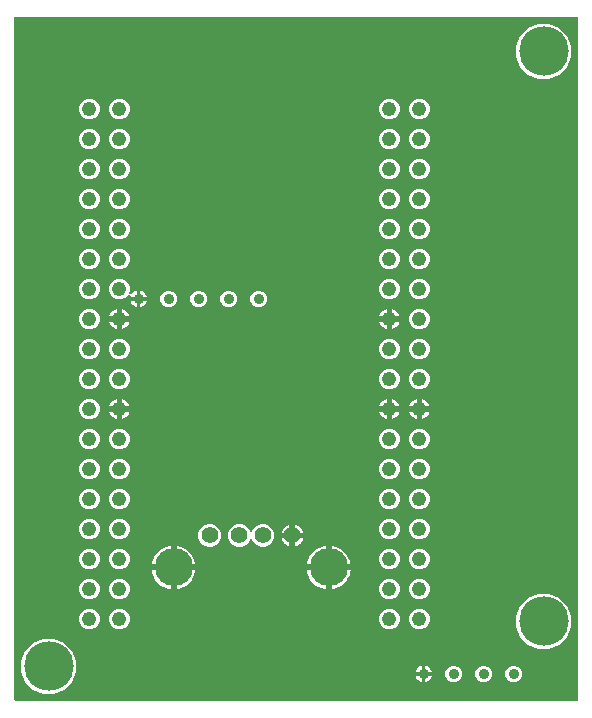
<source format=gbr>
G04 EAGLE Gerber RS-274X export*
G75*
%MOMM*%
%FSLAX34Y34*%
%LPD*%
%INCopper Layer 2*%
%IPPOS*%
%AMOC8*
5,1,8,0,0,1.08239X$1,22.5*%
G01*
%ADD10C,0.904800*%
%ADD11C,1.400000*%
%ADD12C,3.220000*%
%ADD13C,1.244600*%
%ADD14C,4.191000*%

G36*
X478908Y2556D02*
X478908Y2556D01*
X479027Y2563D01*
X479065Y2576D01*
X479106Y2581D01*
X479216Y2624D01*
X479329Y2661D01*
X479364Y2683D01*
X479401Y2698D01*
X479497Y2767D01*
X479598Y2831D01*
X479626Y2861D01*
X479659Y2884D01*
X479735Y2976D01*
X479816Y3063D01*
X479836Y3098D01*
X479861Y3129D01*
X479912Y3237D01*
X479970Y3341D01*
X479980Y3381D01*
X479997Y3417D01*
X480019Y3534D01*
X480049Y3649D01*
X480053Y3709D01*
X480057Y3729D01*
X480055Y3750D01*
X480059Y3810D01*
X480059Y580390D01*
X480044Y580508D01*
X480037Y580627D01*
X480024Y580665D01*
X480019Y580706D01*
X479976Y580816D01*
X479939Y580929D01*
X479917Y580964D01*
X479902Y581001D01*
X479833Y581097D01*
X479769Y581198D01*
X479739Y581226D01*
X479716Y581259D01*
X479624Y581335D01*
X479537Y581416D01*
X479502Y581436D01*
X479471Y581461D01*
X479363Y581512D01*
X479259Y581570D01*
X479219Y581580D01*
X479183Y581597D01*
X479066Y581619D01*
X478951Y581649D01*
X478891Y581653D01*
X478871Y581657D01*
X478850Y581655D01*
X478790Y581659D01*
X3810Y581659D01*
X3692Y581644D01*
X3573Y581637D01*
X3535Y581624D01*
X3494Y581619D01*
X3384Y581576D01*
X3271Y581539D01*
X3236Y581517D01*
X3199Y581502D01*
X3103Y581433D01*
X3002Y581369D01*
X2974Y581339D01*
X2941Y581316D01*
X2865Y581224D01*
X2784Y581137D01*
X2764Y581102D01*
X2739Y581071D01*
X2688Y580963D01*
X2630Y580859D01*
X2620Y580819D01*
X2603Y580783D01*
X2581Y580666D01*
X2551Y580551D01*
X2547Y580491D01*
X2543Y580471D01*
X2545Y580450D01*
X2541Y580390D01*
X2541Y3810D01*
X2556Y3692D01*
X2563Y3573D01*
X2576Y3535D01*
X2581Y3494D01*
X2624Y3384D01*
X2661Y3271D01*
X2683Y3236D01*
X2698Y3199D01*
X2767Y3103D01*
X2831Y3002D01*
X2861Y2974D01*
X2884Y2941D01*
X2976Y2865D01*
X3063Y2784D01*
X3098Y2764D01*
X3129Y2739D01*
X3237Y2688D01*
X3341Y2630D01*
X3381Y2620D01*
X3417Y2603D01*
X3534Y2581D01*
X3649Y2551D01*
X3709Y2547D01*
X3729Y2543D01*
X3750Y2545D01*
X3810Y2541D01*
X478790Y2541D01*
X478908Y2556D01*
G37*
%LPC*%
G36*
X446176Y528954D02*
X446176Y528954D01*
X437541Y532531D01*
X430931Y539141D01*
X427354Y547776D01*
X427354Y557124D01*
X430931Y565759D01*
X437541Y572369D01*
X446176Y575946D01*
X455524Y575946D01*
X464159Y572369D01*
X470769Y565759D01*
X474346Y557124D01*
X474346Y547776D01*
X470769Y539141D01*
X464159Y532531D01*
X455524Y528954D01*
X446176Y528954D01*
G37*
%LPD*%
%LPC*%
G36*
X27076Y8254D02*
X27076Y8254D01*
X18441Y11831D01*
X11831Y18441D01*
X8254Y27076D01*
X8254Y36424D01*
X11831Y45059D01*
X18441Y51669D01*
X27076Y55246D01*
X36424Y55246D01*
X45059Y51669D01*
X51669Y45059D01*
X55246Y36424D01*
X55246Y27076D01*
X51669Y18441D01*
X45059Y11831D01*
X36424Y8254D01*
X27076Y8254D01*
G37*
%LPD*%
%LPC*%
G36*
X446176Y46354D02*
X446176Y46354D01*
X437541Y49931D01*
X430931Y56541D01*
X427354Y65176D01*
X427354Y74524D01*
X430931Y83159D01*
X437541Y89769D01*
X446176Y93346D01*
X455524Y93346D01*
X464159Y89769D01*
X470769Y83159D01*
X474346Y74524D01*
X474346Y65176D01*
X470769Y56541D01*
X464159Y49931D01*
X455524Y46354D01*
X446176Y46354D01*
G37*
%LPD*%
%LPC*%
G36*
X191302Y133059D02*
X191302Y133059D01*
X187796Y134512D01*
X185112Y137196D01*
X183659Y140702D01*
X183659Y144498D01*
X185112Y148004D01*
X187796Y150688D01*
X191302Y152141D01*
X195098Y152141D01*
X198604Y150688D01*
X201288Y148004D01*
X202027Y146220D01*
X202096Y146099D01*
X202161Y145976D01*
X202175Y145961D01*
X202185Y145944D01*
X202282Y145844D01*
X202375Y145741D01*
X202392Y145730D01*
X202406Y145715D01*
X202524Y145643D01*
X202641Y145566D01*
X202660Y145560D01*
X202677Y145549D01*
X202810Y145508D01*
X202942Y145463D01*
X202962Y145461D01*
X202981Y145455D01*
X203120Y145449D01*
X203259Y145438D01*
X203279Y145441D01*
X203299Y145440D01*
X203435Y145468D01*
X203572Y145492D01*
X203591Y145501D01*
X203610Y145505D01*
X203735Y145566D01*
X203862Y145623D01*
X203878Y145635D01*
X203896Y145644D01*
X204002Y145735D01*
X204110Y145821D01*
X204123Y145838D01*
X204138Y145851D01*
X204218Y145965D01*
X204302Y146075D01*
X204314Y146101D01*
X204321Y146111D01*
X204328Y146130D01*
X204373Y146220D01*
X205112Y148004D01*
X207796Y150688D01*
X211302Y152141D01*
X215098Y152141D01*
X218604Y150688D01*
X221288Y148004D01*
X222741Y144498D01*
X222741Y140702D01*
X221288Y137196D01*
X218604Y134512D01*
X215098Y133059D01*
X211302Y133059D01*
X207796Y134512D01*
X205112Y137196D01*
X204373Y138980D01*
X204304Y139100D01*
X204239Y139224D01*
X204225Y139239D01*
X204215Y139256D01*
X204119Y139356D01*
X204025Y139459D01*
X204008Y139470D01*
X203994Y139485D01*
X203875Y139557D01*
X203759Y139634D01*
X203740Y139640D01*
X203723Y139651D01*
X203590Y139692D01*
X203458Y139737D01*
X203438Y139739D01*
X203419Y139745D01*
X203280Y139751D01*
X203141Y139762D01*
X203121Y139759D01*
X203101Y139760D01*
X202965Y139732D01*
X202828Y139708D01*
X202809Y139699D01*
X202790Y139695D01*
X202665Y139634D01*
X202538Y139577D01*
X202522Y139565D01*
X202504Y139556D01*
X202398Y139465D01*
X202290Y139379D01*
X202277Y139362D01*
X202262Y139349D01*
X202182Y139236D01*
X202098Y139125D01*
X202086Y139099D01*
X202079Y139089D01*
X202072Y139070D01*
X202027Y138980D01*
X201288Y137196D01*
X198604Y134512D01*
X195098Y133059D01*
X191302Y133059D01*
G37*
%LPD*%
%LPC*%
G36*
X166302Y133059D02*
X166302Y133059D01*
X162796Y134512D01*
X160112Y137196D01*
X158659Y140702D01*
X158659Y144498D01*
X160112Y148004D01*
X162796Y150688D01*
X166302Y152141D01*
X170098Y152141D01*
X173604Y150688D01*
X176288Y148004D01*
X177741Y144498D01*
X177741Y140702D01*
X176288Y137196D01*
X173604Y134512D01*
X170098Y133059D01*
X166302Y133059D01*
G37*
%LPD*%
%LPC*%
G36*
X89957Y342436D02*
X89957Y342436D01*
X86736Y343770D01*
X84270Y346236D01*
X82936Y349457D01*
X82936Y352943D01*
X84270Y356164D01*
X86736Y358630D01*
X89957Y359964D01*
X93443Y359964D01*
X96664Y358630D01*
X99130Y356164D01*
X100464Y352943D01*
X100464Y349457D01*
X99898Y348090D01*
X99888Y348057D01*
X99873Y348025D01*
X99847Y347904D01*
X99814Y347784D01*
X99813Y347749D01*
X99806Y347714D01*
X99811Y347590D01*
X99809Y347466D01*
X99817Y347432D01*
X99818Y347397D01*
X99854Y347278D01*
X99883Y347156D01*
X99899Y347125D01*
X99909Y347092D01*
X99973Y346985D01*
X100032Y346875D01*
X100055Y346849D01*
X100073Y346819D01*
X100162Y346732D01*
X100246Y346640D01*
X100275Y346621D01*
X100300Y346596D01*
X100407Y346534D01*
X100511Y346465D01*
X100544Y346454D01*
X100575Y346436D01*
X100694Y346402D01*
X100812Y346362D01*
X100847Y346359D01*
X100881Y346350D01*
X101005Y346347D01*
X101129Y346337D01*
X101164Y346343D01*
X101199Y346342D01*
X101320Y346370D01*
X101442Y346391D01*
X101474Y346406D01*
X101508Y346413D01*
X101619Y346471D01*
X101732Y346522D01*
X101760Y346544D01*
X101791Y346560D01*
X101883Y346642D01*
X101981Y346720D01*
X102002Y346748D01*
X102028Y346772D01*
X102126Y346899D01*
X102462Y347403D01*
X103447Y348388D01*
X104604Y349161D01*
X105889Y349693D01*
X106451Y349805D01*
X106451Y344399D01*
X101045Y344399D01*
X101160Y344979D01*
X101168Y345083D01*
X101184Y345187D01*
X101179Y345242D01*
X101183Y345296D01*
X101164Y345399D01*
X101154Y345503D01*
X101136Y345555D01*
X101126Y345609D01*
X101082Y345704D01*
X101047Y345802D01*
X101016Y345848D01*
X100993Y345898D01*
X100927Y345979D01*
X100868Y346066D01*
X100827Y346102D01*
X100792Y346145D01*
X100708Y346207D01*
X100630Y346276D01*
X100581Y346301D01*
X100536Y346334D01*
X100440Y346373D01*
X100347Y346421D01*
X100293Y346433D01*
X100242Y346454D01*
X100138Y346467D01*
X100036Y346490D01*
X99981Y346489D01*
X99927Y346496D01*
X99823Y346484D01*
X99718Y346481D01*
X99665Y346465D01*
X99611Y346459D01*
X99513Y346421D01*
X99413Y346392D01*
X99365Y346364D01*
X99314Y346344D01*
X99229Y346284D01*
X99139Y346231D01*
X99073Y346172D01*
X99055Y346160D01*
X99045Y346148D01*
X99018Y346124D01*
X96664Y343770D01*
X93443Y342436D01*
X89957Y342436D01*
G37*
%LPD*%
%LPC*%
G36*
X89957Y494836D02*
X89957Y494836D01*
X86736Y496170D01*
X84270Y498636D01*
X82936Y501857D01*
X82936Y505343D01*
X84270Y508564D01*
X86736Y511030D01*
X89957Y512364D01*
X93443Y512364D01*
X96664Y511030D01*
X99130Y508564D01*
X100464Y505343D01*
X100464Y501857D01*
X99130Y498636D01*
X96664Y496170D01*
X93443Y494836D01*
X89957Y494836D01*
G37*
%LPD*%
%LPC*%
G36*
X64557Y494836D02*
X64557Y494836D01*
X61336Y496170D01*
X58870Y498636D01*
X57536Y501857D01*
X57536Y505343D01*
X58870Y508564D01*
X61336Y511030D01*
X64557Y512364D01*
X68043Y512364D01*
X71264Y511030D01*
X73730Y508564D01*
X75064Y505343D01*
X75064Y501857D01*
X73730Y498636D01*
X71264Y496170D01*
X68043Y494836D01*
X64557Y494836D01*
G37*
%LPD*%
%LPC*%
G36*
X343957Y469436D02*
X343957Y469436D01*
X340736Y470770D01*
X338270Y473236D01*
X336936Y476457D01*
X336936Y479943D01*
X338270Y483164D01*
X340736Y485630D01*
X343957Y486964D01*
X347443Y486964D01*
X350664Y485630D01*
X353130Y483164D01*
X354464Y479943D01*
X354464Y476457D01*
X353130Y473236D01*
X350664Y470770D01*
X347443Y469436D01*
X343957Y469436D01*
G37*
%LPD*%
%LPC*%
G36*
X318557Y469436D02*
X318557Y469436D01*
X315336Y470770D01*
X312870Y473236D01*
X311536Y476457D01*
X311536Y479943D01*
X312870Y483164D01*
X315336Y485630D01*
X318557Y486964D01*
X322043Y486964D01*
X325264Y485630D01*
X327730Y483164D01*
X329064Y479943D01*
X329064Y476457D01*
X327730Y473236D01*
X325264Y470770D01*
X322043Y469436D01*
X318557Y469436D01*
G37*
%LPD*%
%LPC*%
G36*
X89957Y469436D02*
X89957Y469436D01*
X86736Y470770D01*
X84270Y473236D01*
X82936Y476457D01*
X82936Y479943D01*
X84270Y483164D01*
X86736Y485630D01*
X89957Y486964D01*
X93443Y486964D01*
X96664Y485630D01*
X99130Y483164D01*
X100464Y479943D01*
X100464Y476457D01*
X99130Y473236D01*
X96664Y470770D01*
X93443Y469436D01*
X89957Y469436D01*
G37*
%LPD*%
%LPC*%
G36*
X64557Y469436D02*
X64557Y469436D01*
X61336Y470770D01*
X58870Y473236D01*
X57536Y476457D01*
X57536Y479943D01*
X58870Y483164D01*
X61336Y485630D01*
X64557Y486964D01*
X68043Y486964D01*
X71264Y485630D01*
X73730Y483164D01*
X75064Y479943D01*
X75064Y476457D01*
X73730Y473236D01*
X71264Y470770D01*
X68043Y469436D01*
X64557Y469436D01*
G37*
%LPD*%
%LPC*%
G36*
X343957Y444036D02*
X343957Y444036D01*
X340736Y445370D01*
X338270Y447836D01*
X336936Y451057D01*
X336936Y454543D01*
X338270Y457764D01*
X340736Y460230D01*
X343957Y461564D01*
X347443Y461564D01*
X350664Y460230D01*
X353130Y457764D01*
X354464Y454543D01*
X354464Y451057D01*
X353130Y447836D01*
X350664Y445370D01*
X347443Y444036D01*
X343957Y444036D01*
G37*
%LPD*%
%LPC*%
G36*
X318557Y444036D02*
X318557Y444036D01*
X315336Y445370D01*
X312870Y447836D01*
X311536Y451057D01*
X311536Y454543D01*
X312870Y457764D01*
X315336Y460230D01*
X318557Y461564D01*
X322043Y461564D01*
X325264Y460230D01*
X327730Y457764D01*
X329064Y454543D01*
X329064Y451057D01*
X327730Y447836D01*
X325264Y445370D01*
X322043Y444036D01*
X318557Y444036D01*
G37*
%LPD*%
%LPC*%
G36*
X89957Y444036D02*
X89957Y444036D01*
X86736Y445370D01*
X84270Y447836D01*
X82936Y451057D01*
X82936Y454543D01*
X84270Y457764D01*
X86736Y460230D01*
X89957Y461564D01*
X93443Y461564D01*
X96664Y460230D01*
X99130Y457764D01*
X100464Y454543D01*
X100464Y451057D01*
X99130Y447836D01*
X96664Y445370D01*
X93443Y444036D01*
X89957Y444036D01*
G37*
%LPD*%
%LPC*%
G36*
X64557Y444036D02*
X64557Y444036D01*
X61336Y445370D01*
X58870Y447836D01*
X57536Y451057D01*
X57536Y454543D01*
X58870Y457764D01*
X61336Y460230D01*
X64557Y461564D01*
X68043Y461564D01*
X71264Y460230D01*
X73730Y457764D01*
X75064Y454543D01*
X75064Y451057D01*
X73730Y447836D01*
X71264Y445370D01*
X68043Y444036D01*
X64557Y444036D01*
G37*
%LPD*%
%LPC*%
G36*
X343957Y418636D02*
X343957Y418636D01*
X340736Y419970D01*
X338270Y422436D01*
X336936Y425657D01*
X336936Y429143D01*
X338270Y432364D01*
X340736Y434830D01*
X343957Y436164D01*
X347443Y436164D01*
X350664Y434830D01*
X353130Y432364D01*
X354464Y429143D01*
X354464Y425657D01*
X353130Y422436D01*
X350664Y419970D01*
X347443Y418636D01*
X343957Y418636D01*
G37*
%LPD*%
%LPC*%
G36*
X318557Y418636D02*
X318557Y418636D01*
X315336Y419970D01*
X312870Y422436D01*
X311536Y425657D01*
X311536Y429143D01*
X312870Y432364D01*
X315336Y434830D01*
X318557Y436164D01*
X322043Y436164D01*
X325264Y434830D01*
X327730Y432364D01*
X329064Y429143D01*
X329064Y425657D01*
X327730Y422436D01*
X325264Y419970D01*
X322043Y418636D01*
X318557Y418636D01*
G37*
%LPD*%
%LPC*%
G36*
X89957Y418636D02*
X89957Y418636D01*
X86736Y419970D01*
X84270Y422436D01*
X82936Y425657D01*
X82936Y429143D01*
X84270Y432364D01*
X86736Y434830D01*
X89957Y436164D01*
X93443Y436164D01*
X96664Y434830D01*
X99130Y432364D01*
X100464Y429143D01*
X100464Y425657D01*
X99130Y422436D01*
X96664Y419970D01*
X93443Y418636D01*
X89957Y418636D01*
G37*
%LPD*%
%LPC*%
G36*
X64557Y418636D02*
X64557Y418636D01*
X61336Y419970D01*
X58870Y422436D01*
X57536Y425657D01*
X57536Y429143D01*
X58870Y432364D01*
X61336Y434830D01*
X64557Y436164D01*
X68043Y436164D01*
X71264Y434830D01*
X73730Y432364D01*
X75064Y429143D01*
X75064Y425657D01*
X73730Y422436D01*
X71264Y419970D01*
X68043Y418636D01*
X64557Y418636D01*
G37*
%LPD*%
%LPC*%
G36*
X343957Y393236D02*
X343957Y393236D01*
X340736Y394570D01*
X338270Y397036D01*
X336936Y400257D01*
X336936Y403743D01*
X338270Y406964D01*
X340736Y409430D01*
X343957Y410764D01*
X347443Y410764D01*
X350664Y409430D01*
X353130Y406964D01*
X354464Y403743D01*
X354464Y400257D01*
X353130Y397036D01*
X350664Y394570D01*
X347443Y393236D01*
X343957Y393236D01*
G37*
%LPD*%
%LPC*%
G36*
X318557Y393236D02*
X318557Y393236D01*
X315336Y394570D01*
X312870Y397036D01*
X311536Y400257D01*
X311536Y403743D01*
X312870Y406964D01*
X315336Y409430D01*
X318557Y410764D01*
X322043Y410764D01*
X325264Y409430D01*
X327730Y406964D01*
X329064Y403743D01*
X329064Y400257D01*
X327730Y397036D01*
X325264Y394570D01*
X322043Y393236D01*
X318557Y393236D01*
G37*
%LPD*%
%LPC*%
G36*
X89957Y393236D02*
X89957Y393236D01*
X86736Y394570D01*
X84270Y397036D01*
X82936Y400257D01*
X82936Y403743D01*
X84270Y406964D01*
X86736Y409430D01*
X89957Y410764D01*
X93443Y410764D01*
X96664Y409430D01*
X99130Y406964D01*
X100464Y403743D01*
X100464Y400257D01*
X99130Y397036D01*
X96664Y394570D01*
X93443Y393236D01*
X89957Y393236D01*
G37*
%LPD*%
%LPC*%
G36*
X64557Y393236D02*
X64557Y393236D01*
X61336Y394570D01*
X58870Y397036D01*
X57536Y400257D01*
X57536Y403743D01*
X58870Y406964D01*
X61336Y409430D01*
X64557Y410764D01*
X68043Y410764D01*
X71264Y409430D01*
X73730Y406964D01*
X75064Y403743D01*
X75064Y400257D01*
X73730Y397036D01*
X71264Y394570D01*
X68043Y393236D01*
X64557Y393236D01*
G37*
%LPD*%
%LPC*%
G36*
X89957Y367836D02*
X89957Y367836D01*
X86736Y369170D01*
X84270Y371636D01*
X82936Y374857D01*
X82936Y378343D01*
X84270Y381564D01*
X86736Y384030D01*
X89957Y385364D01*
X93443Y385364D01*
X96664Y384030D01*
X99130Y381564D01*
X100464Y378343D01*
X100464Y374857D01*
X99130Y371636D01*
X96664Y369170D01*
X93443Y367836D01*
X89957Y367836D01*
G37*
%LPD*%
%LPC*%
G36*
X64557Y367836D02*
X64557Y367836D01*
X61336Y369170D01*
X58870Y371636D01*
X57536Y374857D01*
X57536Y378343D01*
X58870Y381564D01*
X61336Y384030D01*
X64557Y385364D01*
X68043Y385364D01*
X71264Y384030D01*
X73730Y381564D01*
X75064Y378343D01*
X75064Y374857D01*
X73730Y371636D01*
X71264Y369170D01*
X68043Y367836D01*
X64557Y367836D01*
G37*
%LPD*%
%LPC*%
G36*
X343957Y367836D02*
X343957Y367836D01*
X340736Y369170D01*
X338270Y371636D01*
X336936Y374857D01*
X336936Y378343D01*
X338270Y381564D01*
X340736Y384030D01*
X343957Y385364D01*
X347443Y385364D01*
X350664Y384030D01*
X353130Y381564D01*
X354464Y378343D01*
X354464Y374857D01*
X353130Y371636D01*
X350664Y369170D01*
X347443Y367836D01*
X343957Y367836D01*
G37*
%LPD*%
%LPC*%
G36*
X318557Y367836D02*
X318557Y367836D01*
X315336Y369170D01*
X312870Y371636D01*
X311536Y374857D01*
X311536Y378343D01*
X312870Y381564D01*
X315336Y384030D01*
X318557Y385364D01*
X322043Y385364D01*
X325264Y384030D01*
X327730Y381564D01*
X329064Y378343D01*
X329064Y374857D01*
X327730Y371636D01*
X325264Y369170D01*
X322043Y367836D01*
X318557Y367836D01*
G37*
%LPD*%
%LPC*%
G36*
X64557Y342436D02*
X64557Y342436D01*
X61336Y343770D01*
X58870Y346236D01*
X57536Y349457D01*
X57536Y352943D01*
X58870Y356164D01*
X61336Y358630D01*
X64557Y359964D01*
X68043Y359964D01*
X71264Y358630D01*
X73730Y356164D01*
X75064Y352943D01*
X75064Y349457D01*
X73730Y346236D01*
X71264Y343770D01*
X68043Y342436D01*
X64557Y342436D01*
G37*
%LPD*%
%LPC*%
G36*
X343957Y342436D02*
X343957Y342436D01*
X340736Y343770D01*
X338270Y346236D01*
X336936Y349457D01*
X336936Y352943D01*
X338270Y356164D01*
X340736Y358630D01*
X343957Y359964D01*
X347443Y359964D01*
X350664Y358630D01*
X353130Y356164D01*
X354464Y352943D01*
X354464Y349457D01*
X353130Y346236D01*
X350664Y343770D01*
X347443Y342436D01*
X343957Y342436D01*
G37*
%LPD*%
%LPC*%
G36*
X318557Y342436D02*
X318557Y342436D01*
X315336Y343770D01*
X312870Y346236D01*
X311536Y349457D01*
X311536Y352943D01*
X312870Y356164D01*
X315336Y358630D01*
X318557Y359964D01*
X322043Y359964D01*
X325264Y358630D01*
X327730Y356164D01*
X329064Y352943D01*
X329064Y349457D01*
X327730Y346236D01*
X325264Y343770D01*
X322043Y342436D01*
X318557Y342436D01*
G37*
%LPD*%
%LPC*%
G36*
X318557Y88436D02*
X318557Y88436D01*
X315336Y89770D01*
X312870Y92236D01*
X311536Y95457D01*
X311536Y98943D01*
X312870Y102164D01*
X315336Y104630D01*
X318557Y105964D01*
X322043Y105964D01*
X325264Y104630D01*
X327730Y102164D01*
X329064Y98943D01*
X329064Y95457D01*
X327730Y92236D01*
X325264Y89770D01*
X322043Y88436D01*
X318557Y88436D01*
G37*
%LPD*%
%LPC*%
G36*
X64557Y139236D02*
X64557Y139236D01*
X61336Y140570D01*
X58870Y143036D01*
X57536Y146257D01*
X57536Y149743D01*
X58870Y152964D01*
X61336Y155430D01*
X64557Y156764D01*
X68043Y156764D01*
X71264Y155430D01*
X73730Y152964D01*
X75064Y149743D01*
X75064Y146257D01*
X73730Y143036D01*
X71264Y140570D01*
X68043Y139236D01*
X64557Y139236D01*
G37*
%LPD*%
%LPC*%
G36*
X89957Y139236D02*
X89957Y139236D01*
X86736Y140570D01*
X84270Y143036D01*
X82936Y146257D01*
X82936Y149743D01*
X84270Y152964D01*
X86736Y155430D01*
X89957Y156764D01*
X93443Y156764D01*
X96664Y155430D01*
X99130Y152964D01*
X100464Y149743D01*
X100464Y146257D01*
X99130Y143036D01*
X96664Y140570D01*
X93443Y139236D01*
X89957Y139236D01*
G37*
%LPD*%
%LPC*%
G36*
X318557Y139236D02*
X318557Y139236D01*
X315336Y140570D01*
X312870Y143036D01*
X311536Y146257D01*
X311536Y149743D01*
X312870Y152964D01*
X315336Y155430D01*
X318557Y156764D01*
X322043Y156764D01*
X325264Y155430D01*
X327730Y152964D01*
X329064Y149743D01*
X329064Y146257D01*
X327730Y143036D01*
X325264Y140570D01*
X322043Y139236D01*
X318557Y139236D01*
G37*
%LPD*%
%LPC*%
G36*
X343957Y139236D02*
X343957Y139236D01*
X340736Y140570D01*
X338270Y143036D01*
X336936Y146257D01*
X336936Y149743D01*
X338270Y152964D01*
X340736Y155430D01*
X343957Y156764D01*
X347443Y156764D01*
X350664Y155430D01*
X353130Y152964D01*
X354464Y149743D01*
X354464Y146257D01*
X353130Y143036D01*
X350664Y140570D01*
X347443Y139236D01*
X343957Y139236D01*
G37*
%LPD*%
%LPC*%
G36*
X343957Y317036D02*
X343957Y317036D01*
X340736Y318370D01*
X338270Y320836D01*
X336936Y324057D01*
X336936Y327543D01*
X338270Y330764D01*
X340736Y333230D01*
X343957Y334564D01*
X347443Y334564D01*
X350664Y333230D01*
X353130Y330764D01*
X354464Y327543D01*
X354464Y324057D01*
X353130Y320836D01*
X350664Y318370D01*
X347443Y317036D01*
X343957Y317036D01*
G37*
%LPD*%
%LPC*%
G36*
X64557Y317036D02*
X64557Y317036D01*
X61336Y318370D01*
X58870Y320836D01*
X57536Y324057D01*
X57536Y327543D01*
X58870Y330764D01*
X61336Y333230D01*
X64557Y334564D01*
X68043Y334564D01*
X71264Y333230D01*
X73730Y330764D01*
X75064Y327543D01*
X75064Y324057D01*
X73730Y320836D01*
X71264Y318370D01*
X68043Y317036D01*
X64557Y317036D01*
G37*
%LPD*%
%LPC*%
G36*
X64557Y164636D02*
X64557Y164636D01*
X61336Y165970D01*
X58870Y168436D01*
X57536Y171657D01*
X57536Y175143D01*
X58870Y178364D01*
X61336Y180830D01*
X64557Y182164D01*
X68043Y182164D01*
X71264Y180830D01*
X73730Y178364D01*
X75064Y175143D01*
X75064Y171657D01*
X73730Y168436D01*
X71264Y165970D01*
X68043Y164636D01*
X64557Y164636D01*
G37*
%LPD*%
%LPC*%
G36*
X89957Y164636D02*
X89957Y164636D01*
X86736Y165970D01*
X84270Y168436D01*
X82936Y171657D01*
X82936Y175143D01*
X84270Y178364D01*
X86736Y180830D01*
X89957Y182164D01*
X93443Y182164D01*
X96664Y180830D01*
X99130Y178364D01*
X100464Y175143D01*
X100464Y171657D01*
X99130Y168436D01*
X96664Y165970D01*
X93443Y164636D01*
X89957Y164636D01*
G37*
%LPD*%
%LPC*%
G36*
X318557Y164636D02*
X318557Y164636D01*
X315336Y165970D01*
X312870Y168436D01*
X311536Y171657D01*
X311536Y175143D01*
X312870Y178364D01*
X315336Y180830D01*
X318557Y182164D01*
X322043Y182164D01*
X325264Y180830D01*
X327730Y178364D01*
X329064Y175143D01*
X329064Y171657D01*
X327730Y168436D01*
X325264Y165970D01*
X322043Y164636D01*
X318557Y164636D01*
G37*
%LPD*%
%LPC*%
G36*
X343957Y164636D02*
X343957Y164636D01*
X340736Y165970D01*
X338270Y168436D01*
X336936Y171657D01*
X336936Y175143D01*
X338270Y178364D01*
X340736Y180830D01*
X343957Y182164D01*
X347443Y182164D01*
X350664Y180830D01*
X353130Y178364D01*
X354464Y175143D01*
X354464Y171657D01*
X353130Y168436D01*
X350664Y165970D01*
X347443Y164636D01*
X343957Y164636D01*
G37*
%LPD*%
%LPC*%
G36*
X89957Y190036D02*
X89957Y190036D01*
X86736Y191370D01*
X84270Y193836D01*
X82936Y197057D01*
X82936Y200543D01*
X84270Y203764D01*
X86736Y206230D01*
X89957Y207564D01*
X93443Y207564D01*
X96664Y206230D01*
X99130Y203764D01*
X100464Y200543D01*
X100464Y197057D01*
X99130Y193836D01*
X96664Y191370D01*
X93443Y190036D01*
X89957Y190036D01*
G37*
%LPD*%
%LPC*%
G36*
X318557Y190036D02*
X318557Y190036D01*
X315336Y191370D01*
X312870Y193836D01*
X311536Y197057D01*
X311536Y200543D01*
X312870Y203764D01*
X315336Y206230D01*
X318557Y207564D01*
X322043Y207564D01*
X325264Y206230D01*
X327730Y203764D01*
X329064Y200543D01*
X329064Y197057D01*
X327730Y193836D01*
X325264Y191370D01*
X322043Y190036D01*
X318557Y190036D01*
G37*
%LPD*%
%LPC*%
G36*
X64557Y190036D02*
X64557Y190036D01*
X61336Y191370D01*
X58870Y193836D01*
X57536Y197057D01*
X57536Y200543D01*
X58870Y203764D01*
X61336Y206230D01*
X64557Y207564D01*
X68043Y207564D01*
X71264Y206230D01*
X73730Y203764D01*
X75064Y200543D01*
X75064Y197057D01*
X73730Y193836D01*
X71264Y191370D01*
X68043Y190036D01*
X64557Y190036D01*
G37*
%LPD*%
%LPC*%
G36*
X343957Y190036D02*
X343957Y190036D01*
X340736Y191370D01*
X338270Y193836D01*
X336936Y197057D01*
X336936Y200543D01*
X338270Y203764D01*
X340736Y206230D01*
X343957Y207564D01*
X347443Y207564D01*
X350664Y206230D01*
X353130Y203764D01*
X354464Y200543D01*
X354464Y197057D01*
X353130Y193836D01*
X350664Y191370D01*
X347443Y190036D01*
X343957Y190036D01*
G37*
%LPD*%
%LPC*%
G36*
X343957Y291636D02*
X343957Y291636D01*
X340736Y292970D01*
X338270Y295436D01*
X336936Y298657D01*
X336936Y302143D01*
X338270Y305364D01*
X340736Y307830D01*
X343957Y309164D01*
X347443Y309164D01*
X350664Y307830D01*
X353130Y305364D01*
X354464Y302143D01*
X354464Y298657D01*
X353130Y295436D01*
X350664Y292970D01*
X347443Y291636D01*
X343957Y291636D01*
G37*
%LPD*%
%LPC*%
G36*
X318557Y291636D02*
X318557Y291636D01*
X315336Y292970D01*
X312870Y295436D01*
X311536Y298657D01*
X311536Y302143D01*
X312870Y305364D01*
X315336Y307830D01*
X318557Y309164D01*
X322043Y309164D01*
X325264Y307830D01*
X327730Y305364D01*
X329064Y302143D01*
X329064Y298657D01*
X327730Y295436D01*
X325264Y292970D01*
X322043Y291636D01*
X318557Y291636D01*
G37*
%LPD*%
%LPC*%
G36*
X89957Y291636D02*
X89957Y291636D01*
X86736Y292970D01*
X84270Y295436D01*
X82936Y298657D01*
X82936Y302143D01*
X84270Y305364D01*
X86736Y307830D01*
X89957Y309164D01*
X93443Y309164D01*
X96664Y307830D01*
X99130Y305364D01*
X100464Y302143D01*
X100464Y298657D01*
X99130Y295436D01*
X96664Y292970D01*
X93443Y291636D01*
X89957Y291636D01*
G37*
%LPD*%
%LPC*%
G36*
X64557Y291636D02*
X64557Y291636D01*
X61336Y292970D01*
X58870Y295436D01*
X57536Y298657D01*
X57536Y302143D01*
X58870Y305364D01*
X61336Y307830D01*
X64557Y309164D01*
X68043Y309164D01*
X71264Y307830D01*
X73730Y305364D01*
X75064Y302143D01*
X75064Y298657D01*
X73730Y295436D01*
X71264Y292970D01*
X68043Y291636D01*
X64557Y291636D01*
G37*
%LPD*%
%LPC*%
G36*
X343957Y266236D02*
X343957Y266236D01*
X340736Y267570D01*
X338270Y270036D01*
X336936Y273257D01*
X336936Y276743D01*
X338270Y279964D01*
X340736Y282430D01*
X343957Y283764D01*
X347443Y283764D01*
X350664Y282430D01*
X353130Y279964D01*
X354464Y276743D01*
X354464Y273257D01*
X353130Y270036D01*
X350664Y267570D01*
X347443Y266236D01*
X343957Y266236D01*
G37*
%LPD*%
%LPC*%
G36*
X318557Y266236D02*
X318557Y266236D01*
X315336Y267570D01*
X312870Y270036D01*
X311536Y273257D01*
X311536Y276743D01*
X312870Y279964D01*
X315336Y282430D01*
X318557Y283764D01*
X322043Y283764D01*
X325264Y282430D01*
X327730Y279964D01*
X329064Y276743D01*
X329064Y273257D01*
X327730Y270036D01*
X325264Y267570D01*
X322043Y266236D01*
X318557Y266236D01*
G37*
%LPD*%
%LPC*%
G36*
X89957Y266236D02*
X89957Y266236D01*
X86736Y267570D01*
X84270Y270036D01*
X82936Y273257D01*
X82936Y276743D01*
X84270Y279964D01*
X86736Y282430D01*
X89957Y283764D01*
X93443Y283764D01*
X96664Y282430D01*
X99130Y279964D01*
X100464Y276743D01*
X100464Y273257D01*
X99130Y270036D01*
X96664Y267570D01*
X93443Y266236D01*
X89957Y266236D01*
G37*
%LPD*%
%LPC*%
G36*
X343957Y494836D02*
X343957Y494836D01*
X340736Y496170D01*
X338270Y498636D01*
X336936Y501857D01*
X336936Y505343D01*
X338270Y508564D01*
X340736Y511030D01*
X343957Y512364D01*
X347443Y512364D01*
X350664Y511030D01*
X353130Y508564D01*
X354464Y505343D01*
X354464Y501857D01*
X353130Y498636D01*
X350664Y496170D01*
X347443Y494836D01*
X343957Y494836D01*
G37*
%LPD*%
%LPC*%
G36*
X64557Y240836D02*
X64557Y240836D01*
X61336Y242170D01*
X58870Y244636D01*
X57536Y247857D01*
X57536Y251343D01*
X58870Y254564D01*
X61336Y257030D01*
X64557Y258364D01*
X68043Y258364D01*
X71264Y257030D01*
X73730Y254564D01*
X75064Y251343D01*
X75064Y247857D01*
X73730Y244636D01*
X71264Y242170D01*
X68043Y240836D01*
X64557Y240836D01*
G37*
%LPD*%
%LPC*%
G36*
X64557Y215436D02*
X64557Y215436D01*
X61336Y216770D01*
X58870Y219236D01*
X57536Y222457D01*
X57536Y225943D01*
X58870Y229164D01*
X61336Y231630D01*
X64557Y232964D01*
X68043Y232964D01*
X71264Y231630D01*
X73730Y229164D01*
X75064Y225943D01*
X75064Y222457D01*
X73730Y219236D01*
X71264Y216770D01*
X68043Y215436D01*
X64557Y215436D01*
G37*
%LPD*%
%LPC*%
G36*
X89957Y215436D02*
X89957Y215436D01*
X86736Y216770D01*
X84270Y219236D01*
X82936Y222457D01*
X82936Y225943D01*
X84270Y229164D01*
X86736Y231630D01*
X89957Y232964D01*
X93443Y232964D01*
X96664Y231630D01*
X99130Y229164D01*
X100464Y225943D01*
X100464Y222457D01*
X99130Y219236D01*
X96664Y216770D01*
X93443Y215436D01*
X89957Y215436D01*
G37*
%LPD*%
%LPC*%
G36*
X318557Y215436D02*
X318557Y215436D01*
X315336Y216770D01*
X312870Y219236D01*
X311536Y222457D01*
X311536Y225943D01*
X312870Y229164D01*
X315336Y231630D01*
X318557Y232964D01*
X322043Y232964D01*
X325264Y231630D01*
X327730Y229164D01*
X329064Y225943D01*
X329064Y222457D01*
X327730Y219236D01*
X325264Y216770D01*
X322043Y215436D01*
X318557Y215436D01*
G37*
%LPD*%
%LPC*%
G36*
X343957Y215436D02*
X343957Y215436D01*
X340736Y216770D01*
X338270Y219236D01*
X336936Y222457D01*
X336936Y225943D01*
X338270Y229164D01*
X340736Y231630D01*
X343957Y232964D01*
X347443Y232964D01*
X350664Y231630D01*
X353130Y229164D01*
X354464Y225943D01*
X354464Y222457D01*
X353130Y219236D01*
X350664Y216770D01*
X347443Y215436D01*
X343957Y215436D01*
G37*
%LPD*%
%LPC*%
G36*
X343957Y113836D02*
X343957Y113836D01*
X340736Y115170D01*
X338270Y117636D01*
X336936Y120857D01*
X336936Y124343D01*
X338270Y127564D01*
X340736Y130030D01*
X343957Y131364D01*
X347443Y131364D01*
X350664Y130030D01*
X353130Y127564D01*
X354464Y124343D01*
X354464Y120857D01*
X353130Y117636D01*
X350664Y115170D01*
X347443Y113836D01*
X343957Y113836D01*
G37*
%LPD*%
%LPC*%
G36*
X318557Y113836D02*
X318557Y113836D01*
X315336Y115170D01*
X312870Y117636D01*
X311536Y120857D01*
X311536Y124343D01*
X312870Y127564D01*
X315336Y130030D01*
X318557Y131364D01*
X322043Y131364D01*
X325264Y130030D01*
X327730Y127564D01*
X329064Y124343D01*
X329064Y120857D01*
X327730Y117636D01*
X325264Y115170D01*
X322043Y113836D01*
X318557Y113836D01*
G37*
%LPD*%
%LPC*%
G36*
X89957Y113836D02*
X89957Y113836D01*
X86736Y115170D01*
X84270Y117636D01*
X82936Y120857D01*
X82936Y124343D01*
X84270Y127564D01*
X86736Y130030D01*
X89957Y131364D01*
X93443Y131364D01*
X96664Y130030D01*
X99130Y127564D01*
X100464Y124343D01*
X100464Y120857D01*
X99130Y117636D01*
X96664Y115170D01*
X93443Y113836D01*
X89957Y113836D01*
G37*
%LPD*%
%LPC*%
G36*
X64557Y266236D02*
X64557Y266236D01*
X61336Y267570D01*
X58870Y270036D01*
X57536Y273257D01*
X57536Y276743D01*
X58870Y279964D01*
X61336Y282430D01*
X64557Y283764D01*
X68043Y283764D01*
X71264Y282430D01*
X73730Y279964D01*
X75064Y276743D01*
X75064Y273257D01*
X73730Y270036D01*
X71264Y267570D01*
X68043Y266236D01*
X64557Y266236D01*
G37*
%LPD*%
%LPC*%
G36*
X343957Y88436D02*
X343957Y88436D01*
X340736Y89770D01*
X338270Y92236D01*
X336936Y95457D01*
X336936Y98943D01*
X338270Y102164D01*
X340736Y104630D01*
X343957Y105964D01*
X347443Y105964D01*
X350664Y104630D01*
X353130Y102164D01*
X354464Y98943D01*
X354464Y95457D01*
X353130Y92236D01*
X350664Y89770D01*
X347443Y88436D01*
X343957Y88436D01*
G37*
%LPD*%
%LPC*%
G36*
X89957Y88436D02*
X89957Y88436D01*
X86736Y89770D01*
X84270Y92236D01*
X82936Y95457D01*
X82936Y98943D01*
X84270Y102164D01*
X86736Y104630D01*
X89957Y105964D01*
X93443Y105964D01*
X96664Y104630D01*
X99130Y102164D01*
X100464Y98943D01*
X100464Y95457D01*
X99130Y92236D01*
X96664Y89770D01*
X93443Y88436D01*
X89957Y88436D01*
G37*
%LPD*%
%LPC*%
G36*
X64557Y88436D02*
X64557Y88436D01*
X61336Y89770D01*
X58870Y92236D01*
X57536Y95457D01*
X57536Y98943D01*
X58870Y102164D01*
X61336Y104630D01*
X64557Y105964D01*
X68043Y105964D01*
X71264Y104630D01*
X73730Y102164D01*
X75064Y98943D01*
X75064Y95457D01*
X73730Y92236D01*
X71264Y89770D01*
X68043Y88436D01*
X64557Y88436D01*
G37*
%LPD*%
%LPC*%
G36*
X318557Y494836D02*
X318557Y494836D01*
X315336Y496170D01*
X312870Y498636D01*
X311536Y501857D01*
X311536Y505343D01*
X312870Y508564D01*
X315336Y511030D01*
X318557Y512364D01*
X322043Y512364D01*
X325264Y511030D01*
X327730Y508564D01*
X329064Y505343D01*
X329064Y501857D01*
X327730Y498636D01*
X325264Y496170D01*
X322043Y494836D01*
X318557Y494836D01*
G37*
%LPD*%
%LPC*%
G36*
X343957Y63036D02*
X343957Y63036D01*
X340736Y64370D01*
X338270Y66836D01*
X336936Y70057D01*
X336936Y73543D01*
X338270Y76764D01*
X340736Y79230D01*
X343957Y80564D01*
X347443Y80564D01*
X350664Y79230D01*
X353130Y76764D01*
X354464Y73543D01*
X354464Y70057D01*
X353130Y66836D01*
X350664Y64370D01*
X347443Y63036D01*
X343957Y63036D01*
G37*
%LPD*%
%LPC*%
G36*
X318557Y63036D02*
X318557Y63036D01*
X315336Y64370D01*
X312870Y66836D01*
X311536Y70057D01*
X311536Y73543D01*
X312870Y76764D01*
X315336Y79230D01*
X318557Y80564D01*
X322043Y80564D01*
X325264Y79230D01*
X327730Y76764D01*
X329064Y73543D01*
X329064Y70057D01*
X327730Y66836D01*
X325264Y64370D01*
X322043Y63036D01*
X318557Y63036D01*
G37*
%LPD*%
%LPC*%
G36*
X89957Y63036D02*
X89957Y63036D01*
X86736Y64370D01*
X84270Y66836D01*
X82936Y70057D01*
X82936Y73543D01*
X84270Y76764D01*
X86736Y79230D01*
X89957Y80564D01*
X93443Y80564D01*
X96664Y79230D01*
X99130Y76764D01*
X100464Y73543D01*
X100464Y70057D01*
X99130Y66836D01*
X96664Y64370D01*
X93443Y63036D01*
X89957Y63036D01*
G37*
%LPD*%
%LPC*%
G36*
X64557Y63036D02*
X64557Y63036D01*
X61336Y64370D01*
X58870Y66836D01*
X57536Y70057D01*
X57536Y73543D01*
X58870Y76764D01*
X61336Y79230D01*
X64557Y80564D01*
X68043Y80564D01*
X71264Y79230D01*
X73730Y76764D01*
X75064Y73543D01*
X75064Y70057D01*
X73730Y66836D01*
X71264Y64370D01*
X68043Y63036D01*
X64557Y63036D01*
G37*
%LPD*%
%LPC*%
G36*
X64557Y113836D02*
X64557Y113836D01*
X61336Y115170D01*
X58870Y117636D01*
X57536Y120857D01*
X57536Y124343D01*
X58870Y127564D01*
X61336Y130030D01*
X64557Y131364D01*
X68043Y131364D01*
X71264Y130030D01*
X73730Y127564D01*
X75064Y124343D01*
X75064Y120857D01*
X73730Y117636D01*
X71264Y115170D01*
X68043Y113836D01*
X64557Y113836D01*
G37*
%LPD*%
%LPC*%
G36*
X271439Y118038D02*
X271439Y118038D01*
X271439Y133966D01*
X272545Y133821D01*
X274905Y133188D01*
X277162Y132253D01*
X279278Y131031D01*
X281217Y129544D01*
X282945Y127816D01*
X284432Y125877D01*
X285654Y123761D01*
X286589Y121504D01*
X287222Y119144D01*
X287367Y118038D01*
X271439Y118038D01*
G37*
%LPD*%
%LPC*%
G36*
X140039Y118038D02*
X140039Y118038D01*
X140039Y133966D01*
X141145Y133821D01*
X143505Y133188D01*
X145762Y132253D01*
X147878Y131031D01*
X149817Y129544D01*
X151545Y127816D01*
X153032Y125877D01*
X154254Y123761D01*
X155189Y121504D01*
X155822Y119144D01*
X155967Y118038D01*
X140039Y118038D01*
G37*
%LPD*%
%LPC*%
G36*
X271439Y112960D02*
X271439Y112960D01*
X287367Y112960D01*
X287222Y111854D01*
X286589Y109494D01*
X285654Y107237D01*
X284432Y105121D01*
X282945Y103182D01*
X281217Y101454D01*
X279278Y99967D01*
X277162Y98745D01*
X274905Y97810D01*
X272545Y97177D01*
X271439Y97032D01*
X271439Y112960D01*
G37*
%LPD*%
%LPC*%
G36*
X140039Y112960D02*
X140039Y112960D01*
X155967Y112960D01*
X155822Y111854D01*
X155189Y109494D01*
X154254Y107237D01*
X153032Y105121D01*
X151545Y103182D01*
X149817Y101454D01*
X147878Y99967D01*
X145762Y98745D01*
X143505Y97810D01*
X141145Y97177D01*
X140039Y97032D01*
X140039Y112960D01*
G37*
%LPD*%
%LPC*%
G36*
X119033Y118038D02*
X119033Y118038D01*
X119178Y119144D01*
X119811Y121504D01*
X120746Y123761D01*
X121968Y125877D01*
X123455Y127816D01*
X125183Y129544D01*
X127122Y131031D01*
X129238Y132253D01*
X131495Y133188D01*
X133855Y133821D01*
X134961Y133966D01*
X134961Y118038D01*
X119033Y118038D01*
G37*
%LPD*%
%LPC*%
G36*
X250433Y118038D02*
X250433Y118038D01*
X250578Y119144D01*
X251211Y121504D01*
X252146Y123761D01*
X253368Y125877D01*
X254855Y127816D01*
X256583Y129544D01*
X258522Y131031D01*
X260638Y132253D01*
X262895Y133188D01*
X265255Y133821D01*
X266361Y133966D01*
X266361Y118038D01*
X250433Y118038D01*
G37*
%LPD*%
%LPC*%
G36*
X265255Y97177D02*
X265255Y97177D01*
X262895Y97810D01*
X260638Y98745D01*
X258522Y99967D01*
X256583Y101454D01*
X254855Y103182D01*
X253368Y105121D01*
X252146Y107237D01*
X251211Y109494D01*
X250578Y111854D01*
X250433Y112960D01*
X266361Y112960D01*
X266361Y97032D01*
X265255Y97177D01*
G37*
%LPD*%
%LPC*%
G36*
X133855Y97177D02*
X133855Y97177D01*
X131495Y97810D01*
X129238Y98745D01*
X127122Y99967D01*
X125183Y101454D01*
X123455Y103182D01*
X121968Y105121D01*
X120746Y107237D01*
X119811Y109494D01*
X119178Y111854D01*
X119033Y112960D01*
X134961Y112960D01*
X134961Y97032D01*
X133855Y97177D01*
G37*
%LPD*%
%LPC*%
G36*
X182745Y335835D02*
X182745Y335835D01*
X180148Y336911D01*
X178161Y338898D01*
X177085Y341495D01*
X177085Y344305D01*
X178161Y346902D01*
X180148Y348889D01*
X182745Y349965D01*
X185555Y349965D01*
X188152Y348889D01*
X190139Y346902D01*
X191215Y344305D01*
X191215Y341495D01*
X190139Y338898D01*
X188152Y336911D01*
X185555Y335835D01*
X182745Y335835D01*
G37*
%LPD*%
%LPC*%
G36*
X131945Y335835D02*
X131945Y335835D01*
X129348Y336911D01*
X127361Y338898D01*
X126285Y341495D01*
X126285Y344305D01*
X127361Y346902D01*
X129348Y348889D01*
X131945Y349965D01*
X134755Y349965D01*
X137352Y348889D01*
X139339Y346902D01*
X140415Y344305D01*
X140415Y341495D01*
X139339Y338898D01*
X137352Y336911D01*
X134755Y335835D01*
X131945Y335835D01*
G37*
%LPD*%
%LPC*%
G36*
X157345Y335835D02*
X157345Y335835D01*
X154748Y336911D01*
X152761Y338898D01*
X151685Y341495D01*
X151685Y344305D01*
X152761Y346902D01*
X154748Y348889D01*
X157345Y349965D01*
X160155Y349965D01*
X162752Y348889D01*
X164739Y346902D01*
X165815Y344305D01*
X165815Y341495D01*
X164739Y338898D01*
X162752Y336911D01*
X160155Y335835D01*
X157345Y335835D01*
G37*
%LPD*%
%LPC*%
G36*
X208145Y335835D02*
X208145Y335835D01*
X205548Y336911D01*
X203561Y338898D01*
X202485Y341495D01*
X202485Y344305D01*
X203561Y346902D01*
X205548Y348889D01*
X208145Y349965D01*
X210955Y349965D01*
X213552Y348889D01*
X215539Y346902D01*
X216615Y344305D01*
X216615Y341495D01*
X215539Y338898D01*
X213552Y336911D01*
X210955Y335835D01*
X208145Y335835D01*
G37*
%LPD*%
%LPC*%
G36*
X398645Y18335D02*
X398645Y18335D01*
X396048Y19411D01*
X394061Y21398D01*
X392985Y23995D01*
X392985Y26805D01*
X394061Y29402D01*
X396048Y31389D01*
X398645Y32465D01*
X401455Y32465D01*
X404052Y31389D01*
X406039Y29402D01*
X407115Y26805D01*
X407115Y23995D01*
X406039Y21398D01*
X404052Y19411D01*
X401455Y18335D01*
X398645Y18335D01*
G37*
%LPD*%
%LPC*%
G36*
X424045Y18335D02*
X424045Y18335D01*
X421448Y19411D01*
X419461Y21398D01*
X418385Y23995D01*
X418385Y26805D01*
X419461Y29402D01*
X421448Y31389D01*
X424045Y32465D01*
X426855Y32465D01*
X429452Y31389D01*
X431439Y29402D01*
X432515Y26805D01*
X432515Y23995D01*
X431439Y21398D01*
X429452Y19411D01*
X426855Y18335D01*
X424045Y18335D01*
G37*
%LPD*%
%LPC*%
G36*
X373245Y18335D02*
X373245Y18335D01*
X370648Y19411D01*
X368661Y21398D01*
X367585Y23995D01*
X367585Y26805D01*
X368661Y29402D01*
X370648Y31389D01*
X373245Y32465D01*
X376055Y32465D01*
X378652Y31389D01*
X380639Y29402D01*
X381715Y26805D01*
X381715Y23995D01*
X380639Y21398D01*
X378652Y19411D01*
X376055Y18335D01*
X373245Y18335D01*
G37*
%LPD*%
%LPC*%
G36*
X240699Y145099D02*
X240699Y145099D01*
X240699Y151820D01*
X241862Y151442D01*
X243201Y150760D01*
X244415Y149877D01*
X245477Y148815D01*
X246360Y147601D01*
X247042Y146262D01*
X247420Y145099D01*
X240699Y145099D01*
G37*
%LPD*%
%LPC*%
G36*
X228980Y145099D02*
X228980Y145099D01*
X229358Y146262D01*
X230040Y147601D01*
X230923Y148815D01*
X231985Y149877D01*
X233199Y150760D01*
X234538Y151442D01*
X235701Y151820D01*
X235701Y145099D01*
X228980Y145099D01*
G37*
%LPD*%
%LPC*%
G36*
X240699Y140101D02*
X240699Y140101D01*
X247420Y140101D01*
X247042Y138938D01*
X246360Y137599D01*
X245477Y136385D01*
X244415Y135323D01*
X243201Y134440D01*
X241862Y133758D01*
X240699Y133380D01*
X240699Y140101D01*
G37*
%LPD*%
%LPC*%
G36*
X234538Y133758D02*
X234538Y133758D01*
X233199Y134440D01*
X231985Y135323D01*
X230923Y136385D01*
X230040Y137599D01*
X229358Y138938D01*
X228980Y140101D01*
X235701Y140101D01*
X235701Y133380D01*
X234538Y133758D01*
G37*
%LPD*%
%LPC*%
G36*
X322522Y328022D02*
X322522Y328022D01*
X322522Y334293D01*
X322856Y334227D01*
X324451Y333566D01*
X325887Y332607D01*
X327107Y331387D01*
X328066Y329951D01*
X328727Y328356D01*
X328793Y328022D01*
X322522Y328022D01*
G37*
%LPD*%
%LPC*%
G36*
X93922Y328022D02*
X93922Y328022D01*
X93922Y334293D01*
X94256Y334227D01*
X95851Y333566D01*
X97287Y332607D01*
X98507Y331387D01*
X99466Y329951D01*
X100127Y328356D01*
X100193Y328022D01*
X93922Y328022D01*
G37*
%LPD*%
%LPC*%
G36*
X347922Y251822D02*
X347922Y251822D01*
X347922Y258093D01*
X348256Y258027D01*
X349851Y257366D01*
X351287Y256407D01*
X352507Y255187D01*
X353466Y253751D01*
X354127Y252156D01*
X354193Y251822D01*
X347922Y251822D01*
G37*
%LPD*%
%LPC*%
G36*
X93922Y251822D02*
X93922Y251822D01*
X93922Y258093D01*
X94256Y258027D01*
X95851Y257366D01*
X97287Y256407D01*
X98507Y255187D01*
X99466Y253751D01*
X100127Y252156D01*
X100193Y251822D01*
X93922Y251822D01*
G37*
%LPD*%
%LPC*%
G36*
X322522Y251822D02*
X322522Y251822D01*
X322522Y258093D01*
X322856Y258027D01*
X324451Y257366D01*
X325887Y256407D01*
X327107Y255187D01*
X328066Y253751D01*
X328727Y252156D01*
X328793Y251822D01*
X322522Y251822D01*
G37*
%LPD*%
%LPC*%
G36*
X322522Y247378D02*
X322522Y247378D01*
X328793Y247378D01*
X328727Y247044D01*
X328066Y245449D01*
X327107Y244013D01*
X325887Y242793D01*
X324451Y241834D01*
X322856Y241173D01*
X322522Y241107D01*
X322522Y247378D01*
G37*
%LPD*%
%LPC*%
G36*
X311807Y251822D02*
X311807Y251822D01*
X311873Y252156D01*
X312534Y253751D01*
X313493Y255187D01*
X314713Y256407D01*
X316149Y257366D01*
X317744Y258027D01*
X318078Y258093D01*
X318078Y251822D01*
X311807Y251822D01*
G37*
%LPD*%
%LPC*%
G36*
X93922Y247378D02*
X93922Y247378D01*
X100193Y247378D01*
X100127Y247044D01*
X99466Y245449D01*
X98507Y244013D01*
X97287Y242793D01*
X95851Y241834D01*
X94256Y241173D01*
X93922Y241107D01*
X93922Y247378D01*
G37*
%LPD*%
%LPC*%
G36*
X93922Y323578D02*
X93922Y323578D01*
X100193Y323578D01*
X100127Y323244D01*
X99466Y321649D01*
X98507Y320213D01*
X97287Y318993D01*
X95851Y318034D01*
X94256Y317373D01*
X93922Y317307D01*
X93922Y323578D01*
G37*
%LPD*%
%LPC*%
G36*
X83207Y251822D02*
X83207Y251822D01*
X83273Y252156D01*
X83934Y253751D01*
X84893Y255187D01*
X86113Y256407D01*
X87549Y257366D01*
X89144Y258027D01*
X89478Y258093D01*
X89478Y251822D01*
X83207Y251822D01*
G37*
%LPD*%
%LPC*%
G36*
X311807Y328022D02*
X311807Y328022D01*
X311873Y328356D01*
X312534Y329951D01*
X313493Y331387D01*
X314713Y332607D01*
X316149Y333566D01*
X317744Y334227D01*
X318078Y334293D01*
X318078Y328022D01*
X311807Y328022D01*
G37*
%LPD*%
%LPC*%
G36*
X322522Y323578D02*
X322522Y323578D01*
X328793Y323578D01*
X328727Y323244D01*
X328066Y321649D01*
X327107Y320213D01*
X325887Y318993D01*
X324451Y318034D01*
X322856Y317373D01*
X322522Y317307D01*
X322522Y323578D01*
G37*
%LPD*%
%LPC*%
G36*
X83207Y328022D02*
X83207Y328022D01*
X83273Y328356D01*
X83934Y329951D01*
X84893Y331387D01*
X86113Y332607D01*
X87549Y333566D01*
X89144Y334227D01*
X89478Y334293D01*
X89478Y328022D01*
X83207Y328022D01*
G37*
%LPD*%
%LPC*%
G36*
X337207Y251822D02*
X337207Y251822D01*
X337273Y252156D01*
X337934Y253751D01*
X338893Y255187D01*
X340113Y256407D01*
X341549Y257366D01*
X343144Y258027D01*
X343478Y258093D01*
X343478Y251822D01*
X337207Y251822D01*
G37*
%LPD*%
%LPC*%
G36*
X347922Y247378D02*
X347922Y247378D01*
X354193Y247378D01*
X354127Y247044D01*
X353466Y245449D01*
X352507Y244013D01*
X351287Y242793D01*
X349851Y241834D01*
X348256Y241173D01*
X347922Y241107D01*
X347922Y247378D01*
G37*
%LPD*%
%LPC*%
G36*
X343144Y241173D02*
X343144Y241173D01*
X341549Y241834D01*
X340113Y242793D01*
X338893Y244013D01*
X337934Y245449D01*
X337273Y247044D01*
X337207Y247378D01*
X343478Y247378D01*
X343478Y241107D01*
X343144Y241173D01*
G37*
%LPD*%
%LPC*%
G36*
X89144Y317373D02*
X89144Y317373D01*
X87549Y318034D01*
X86113Y318993D01*
X84893Y320213D01*
X83934Y321649D01*
X83273Y323244D01*
X83207Y323578D01*
X89478Y323578D01*
X89478Y317307D01*
X89144Y317373D01*
G37*
%LPD*%
%LPC*%
G36*
X317744Y317373D02*
X317744Y317373D01*
X316149Y318034D01*
X314713Y318993D01*
X313493Y320213D01*
X312534Y321649D01*
X311873Y323244D01*
X311807Y323578D01*
X318078Y323578D01*
X318078Y317307D01*
X317744Y317373D01*
G37*
%LPD*%
%LPC*%
G36*
X317744Y241173D02*
X317744Y241173D01*
X316149Y241834D01*
X314713Y242793D01*
X313493Y244013D01*
X312534Y245449D01*
X311873Y247044D01*
X311807Y247378D01*
X318078Y247378D01*
X318078Y241107D01*
X317744Y241173D01*
G37*
%LPD*%
%LPC*%
G36*
X89144Y241173D02*
X89144Y241173D01*
X87549Y241834D01*
X86113Y242793D01*
X84893Y244013D01*
X83934Y245449D01*
X83273Y247044D01*
X83207Y247378D01*
X89478Y247378D01*
X89478Y241107D01*
X89144Y241173D01*
G37*
%LPD*%
%LPC*%
G36*
X109449Y344399D02*
X109449Y344399D01*
X109449Y349805D01*
X110011Y349693D01*
X111296Y349161D01*
X112453Y348388D01*
X113438Y347403D01*
X114211Y346246D01*
X114743Y344961D01*
X114855Y344399D01*
X109449Y344399D01*
G37*
%LPD*%
%LPC*%
G36*
X350749Y26899D02*
X350749Y26899D01*
X350749Y32305D01*
X351311Y32193D01*
X352596Y31661D01*
X353753Y30888D01*
X354738Y29903D01*
X355511Y28746D01*
X356043Y27461D01*
X356155Y26899D01*
X350749Y26899D01*
G37*
%LPD*%
%LPC*%
G36*
X109449Y341401D02*
X109449Y341401D01*
X114855Y341401D01*
X114743Y340839D01*
X114211Y339554D01*
X113438Y338397D01*
X112453Y337412D01*
X111296Y336639D01*
X110011Y336107D01*
X109449Y335995D01*
X109449Y341401D01*
G37*
%LPD*%
%LPC*%
G36*
X342345Y26899D02*
X342345Y26899D01*
X342457Y27461D01*
X342989Y28746D01*
X343762Y29903D01*
X344747Y30888D01*
X345904Y31661D01*
X347189Y32193D01*
X347751Y32305D01*
X347751Y26899D01*
X342345Y26899D01*
G37*
%LPD*%
%LPC*%
G36*
X350749Y23901D02*
X350749Y23901D01*
X356155Y23901D01*
X356043Y23339D01*
X355511Y22054D01*
X354738Y20897D01*
X353753Y19912D01*
X352596Y19139D01*
X351311Y18607D01*
X350749Y18495D01*
X350749Y23901D01*
G37*
%LPD*%
%LPC*%
G36*
X105889Y336107D02*
X105889Y336107D01*
X104604Y336639D01*
X103447Y337412D01*
X102462Y338397D01*
X101689Y339554D01*
X101157Y340839D01*
X101045Y341401D01*
X106451Y341401D01*
X106451Y335995D01*
X105889Y336107D01*
G37*
%LPD*%
%LPC*%
G36*
X347189Y18607D02*
X347189Y18607D01*
X345904Y19139D01*
X344747Y19912D01*
X343762Y20897D01*
X342989Y22054D01*
X342457Y23339D01*
X342345Y23901D01*
X347751Y23901D01*
X347751Y18495D01*
X347189Y18607D01*
G37*
%LPD*%
%LPC*%
G36*
X268899Y115498D02*
X268899Y115498D01*
X268899Y115500D01*
X268901Y115500D01*
X268901Y115498D01*
X268899Y115498D01*
G37*
%LPD*%
%LPC*%
G36*
X137499Y115498D02*
X137499Y115498D01*
X137499Y115500D01*
X137501Y115500D01*
X137501Y115498D01*
X137499Y115498D01*
G37*
%LPD*%
D10*
X107950Y342900D03*
X133350Y342900D03*
X158750Y342900D03*
X184150Y342900D03*
X209550Y342900D03*
D11*
X168200Y142600D03*
X193200Y142600D03*
X213200Y142600D03*
X238200Y142600D03*
D12*
X137500Y115499D03*
X268900Y115499D03*
D10*
X349250Y25400D03*
X374650Y25400D03*
X400050Y25400D03*
X425450Y25400D03*
D13*
X345700Y71800D03*
X320300Y71800D03*
X345700Y97200D03*
X320300Y97200D03*
X345700Y122600D03*
X320300Y122600D03*
X345700Y148000D03*
X320300Y148000D03*
X345700Y173400D03*
X320300Y173400D03*
X345700Y198800D03*
X320300Y198800D03*
X345700Y224200D03*
X320300Y224200D03*
X345700Y249600D03*
X320300Y249600D03*
X345700Y275000D03*
X320300Y275000D03*
X345700Y300400D03*
X320300Y300400D03*
X345700Y325800D03*
X320300Y325800D03*
X345700Y351200D03*
X320300Y351200D03*
X345700Y376600D03*
X320300Y376600D03*
X345700Y402000D03*
X320300Y402000D03*
X345700Y427400D03*
X320300Y427400D03*
X345700Y452800D03*
X320300Y452800D03*
X345700Y478200D03*
X320300Y478200D03*
X345700Y503600D03*
X320300Y503600D03*
X91700Y71800D03*
X66300Y71800D03*
X91700Y97200D03*
X66300Y97200D03*
X91700Y122600D03*
X66300Y122600D03*
X91700Y148000D03*
X66300Y148000D03*
X91700Y173400D03*
X66300Y173400D03*
X91700Y198800D03*
X66300Y198800D03*
X91700Y224200D03*
X66300Y224200D03*
X91700Y249600D03*
X66300Y249600D03*
X91700Y275000D03*
X66300Y275000D03*
X91700Y300400D03*
X66300Y300400D03*
X91700Y325800D03*
X66300Y325800D03*
X91700Y351200D03*
X66300Y351200D03*
X91700Y376600D03*
X66300Y376600D03*
X91700Y402000D03*
X66300Y402000D03*
X91700Y427400D03*
X66300Y427400D03*
X91700Y452800D03*
X66300Y452800D03*
X91700Y478200D03*
X66300Y478200D03*
X91700Y503600D03*
X66300Y503600D03*
D14*
X31750Y31750D03*
X450850Y69850D03*
X450850Y552450D03*
M02*

</source>
